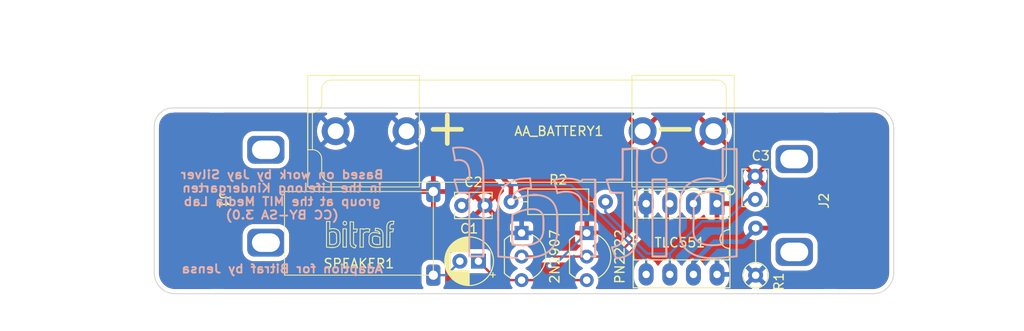
<source format=kicad_pcb>
(kicad_pcb (version 20211014) (generator pcbnew)
  (title_block (title "Crowdfunding Drawdio") (date "2021-12-29") (rev "1.1") (company "Bitraf") (comment 1 "Based on work by Jay Silver in the Lifelong Kindergarten ") (comment 2 "group at the MIT Media Lab (CC BY-SA 3.0) ") (comment 3 "Adaption for Bitraf by Jensa"))
  (layers (0 "F.Cu" signal) (31 "B.Cu" signal) (34 "B.Paste" user) (35 "F.Paste" user) (36 "B.SilkS" user "B.Silkscreen") (37 "F.SilkS" user "F.Silkscreen") (38 "B.Mask" user) (39 "F.Mask" user) (44 "Edge.Cuts" user))
  (net 0 "")
  (net 1 "VCC")
  (net 2 "GND")
  (net 3 "Net-(C1-Pad2)")
  (net 4 "Net-(C2-Pad1)")
  (net 5 "Net-(C3-Pad1)")
  (net 6 "Net-(J1-Pad1)")
  (net 7 "Net-(J2-Pad1)")
  (net 8 "Net-(2N2907-Pad2)")
  (net 9 "Net-(2N2907-Pad3)")
  (footprint "BitrafSmdKit2:DrawdioStripsHole" (layer "F.Cu") (at 155.300001 51.5)
    (fp_text reference "H2" hide)
    (fp_text value "MountingHole" hide)
    (pad "" np_thru_hole roundrect (at 0 10) (size 4 3) (drill oval 3 2) (layers F&B.Cu *.Mask) (chamfer_ratio 0.2) (chamfer))
    (pad "" np_thru_hole roundrect (at 0 0) (size 4 3) (drill oval 3 2) (layers F&B.Cu *.Mask) (chamfer_ratio 0.2) (chamfer))
  )
  (footprint "Resistor_THT:R_Axial_DIN0207_L6.3mm_D2.5mm_P5.08mm_Vertical" (layer "F.Cu") (at 151.150001 64.01 90)
    (fp_text reference "R1" (at -0.69 2.499999 90) (layer "F.SilkS"))
    (fp_text value "10K")
    (pad "1" thru_hole circle locked (at 0 0 90) (size 1.6 1.6) (drill 0.8) (layers *.Cu *.Mask) (net 1 "VCC"))
    (pad "2" thru_hole oval locked (at 5.08 0 90) (size 1.6 1.6) (drill 0.8) (layers *.Cu *.Mask) (net 7 "Net-(J2-Pad1)"))
  )
  (footprint "BitrafSmdKit2:DrawdioPad" (layer "F.Cu") (at 159 56 90)
    (fp_text reference "J2" (at 0 -0.5 90 unlocked) (layer "F.SilkS"))
    (fp_text value "Top")
    (pad "1" smd roundrect (at 0 3 90) (size 19 7) (layers "F.Cu" "F.Paste" "F.Mask") (net 7 "Net-(J2-Pad1)"))
  )
  (footprint "BitrafSmdKit2:DrawdioPad" (layer "F.Cu") (at 93.5 56 -90)
    (fp_text reference "J1" (at 0 -0.5 -90 unlocked) (layer "F.SilkS"))
    (fp_text value "Bottom")
    (pad "1" smd roundrect (at 0 3 270) (size 19 7) (layers "F.Cu" "F.Paste" "F.Mask") (net 6 "Net-(J1-Pad1)"))
  )
  (footprint "Resistor_THT:R_Axial_DIN0207_L6.3mm_D2.5mm_P10.16mm_Horizontal" (layer "F.Cu") (at 124.85 56.1)
    (fp_text reference "R2" (at 5.08 -2.37) (layer "F.SilkS"))
    (fp_text value "300K")
    (pad "1" thru_hole circle locked (at 0 0) (size 1.6 1.6) (drill 0.8) (layers *.Cu *.Mask) (net 6 "Net-(J1-Pad1)"))
    (pad "2" thru_hole oval locked (at 10.16 0) (size 1.6 1.6) (drill 0.8) (layers *.Cu *.Mask) (net 5 "Net-(C3-Pad1)"))
  )
  (footprint "BitrafSmdKit2:DrawdioStripsHole" (layer "F.Cu") (at 98.500001 50.5)
    (fp_text reference "H1" hide)
    (fp_text value "MountingHole" hide)
    (pad "" np_thru_hole roundrect (at 0 0) (size 4 3) (drill oval 3 2) (layers F&B.Cu *.Mask) (chamfer_ratio 0.2) (chamfer))
    (pad "" np_thru_hole roundrect (at 0 10) (size 4 3) (drill oval 3 2) (layers F&B.Cu *.Mask) (chamfer_ratio 0.2) (chamfer))
  )
  (footprint "Package_DIP:DIP-8_W7.62mm_Socket_LongPads" (layer "F.Cu") (at 147 56.3 -90)
    (fp_text reference "TLC551" (at 4.200001 4.000001 180) (layer "F.SilkS"))
    (fp_text value "TLC551")
    (pad "1" thru_hole rect locked (at 0 0 270) (size 2.4 1.6) (drill 0.8) (layers *.Cu *.Mask) (net 2 "GND"))
    (pad "2" thru_hole oval locked (at 0 2.54 270) (size 2.4 1.6) (drill 0.8) (layers *.Cu *.Mask) (net 5 "Net-(C3-Pad1)"))
    (pad "3" thru_hole oval locked (at 0 5.08 270) (size 2.4 1.6) (drill 0.8) (layers *.Cu *.Mask) (net 8 "Net-(2N2907-Pad2)"))
    (pad "4" thru_hole oval locked (at 0 7.62 270) (size 2.4 1.6) (drill 0.8) (layers *.Cu *.Mask) (net 1 "VCC"))
    (pad "5" thru_hole oval locked (at 7.62 7.62 270) (size 2.4 1.6) (drill 0.8) (layers *.Cu *.Mask) (net 4 "Net-(C2-Pad1)"))
    (pad "6" thru_hole oval locked (at 7.62 5.08 270) (size 2.4 1.6) (drill 0.8) (layers *.Cu *.Mask) (net 5 "Net-(C3-Pad1)"))
    (pad "7" thru_hole oval locked (at 7.62 2.54 270) (size 2.4 1.6) (drill 0.8) (layers *.Cu *.Mask) (net 7 "Net-(J2-Pad1)"))
    (pad "8" thru_hole oval locked (at 7.62 0 270) (size 2.4 1.6) (drill 0.8) (layers *.Cu *.Mask) (net 1 "VCC"))
  )
  (footprint "BitrafSmdKit2:Bitraf_logo_3.0_x_7.5_mm" (layer "F.Cu") (at 104.933822 58.132406)
    (fp_text reference "J4" hide)
    (fp_text value "Conn_01x01_Female")
  )
  (footprint "Capacitor_THT:CP_Radial_D5.0mm_P2.00mm" (layer "F.Cu") (at 121.35 62.5 180)
    (fp_text reference "C1" (at 0.999999 3.5) (layer "F.SilkS"))
    (fp_text value "CP")
    (pad "1" thru_hole rect locked (at 0 0 180) (size 1.6 1.6) (drill 0.8) (layers *.Cu *.Mask) (net 9 "Net-(2N2907-Pad3)"))
    (pad "2" thru_hole circle locked (at 2 0 180) (size 1.6 1.6) (drill 0.8) (layers *.Cu *.Mask) (net 3 "Net-(C1-Pad2)"))
  )
  (footprint "Capacitor_THT:C_Disc_D3.8mm_W2.6mm_P2.50mm" (layer "F.Cu") (at 119.55 56.5)
    (fp_text reference "C2" (at 1.25 -2.499999) (layer "F.SilkS"))
    (fp_text value "0.1uF")
    (pad "1" thru_hole circle locked (at 0 0) (size 1.6 1.6) (drill 0.8) (layers *.Cu *.Mask) (net 4 "Net-(C2-Pad1)"))
    (pad "2" thru_hole circle locked (at 2.5 0) (size 1.6 1.6) (drill 0.8) (layers *.Cu *.Mask) (net 2 "GND"))
  )
  (footprint "BitrafSmdKit2:DrawdioSpeaker" (layer "F.Cu") (at 108.5 59.5 180)
    (fp_text reference "SPEAKER1" (at 0 -3.25 unlocked) (layer "F.SilkS"))
    (fp_text value "Conn_01x02_Female")
    (pad "1" thru_hole roundrect (at -8 -4.5 270) (size 2.286 1.524) (drill 1) (layers *.Cu *.Mask) (net 3 "Net-(C1-Pad2)"))
    (pad "2" thru_hole roundrect (at -8 4.5 270) (size 2.286 1.524) (drill 1) (layers *.Cu *.Mask) (net 2 "GND"))
  )
  (footprint "Package_TO_SOT_THT:TO-92_Inline_Wide" (layer "F.Cu") (at 125.99 59.459999 -90)
    (fp_text reference "2N2907" (at 2.54 -3.56 -90) (layer "F.SilkS"))
    (fp_text value "2N2907")
    (pad "1" thru_hole rect locked (at 0 0) (size 1.5 1.5) (drill 0.8) (layers *.Cu *.Mask) (net 1 "VCC"))
    (pad "2" thru_hole circle locked (at 2.54 0) (size 1.5 1.5) (drill 0.8) (layers *.Cu *.Mask) (net 8 "Net-(2N2907-Pad2)"))
    (pad "3" thru_hole circle locked (at 5.08 0) (size 1.5 1.5) (drill 0.8) (layers *.Cu *.Mask) (net 9 "Net-(2N2907-Pad3)"))
  )
  (footprint "Capacitor_THT:C_Disc_D3.8mm_W2.6mm_P2.50mm" (layer "F.Cu") (at 151.1 55.85 90)
    (fp_text reference "C3" (at 4.7 0.6) (layer "F.SilkS"))
    (fp_text value "680pF")
    (pad "1" thru_hole circle locked (at 0 0 90) (size 1.6 1.6) (drill 0.8) (layers *.Cu *.Mask) (net 5 "Net-(C3-Pad1)"))
    (pad "2" thru_hole circle locked (at 2.5 0 90) (size 1.6 1.6) (drill 0.8) (layers *.Cu *.Mask) (net 2 "GND"))
  )
  (footprint "BitrafSmdKit2:DrawdioBatteryHolderAA" (layer "F.Cu") (at 106.000001 48.499999)
    (fp_text reference "AA_BATTERY1" (at 24 0 unlocked) (layer "F.SilkS"))
    (fp_text value "BattCon2")
    (fp_text user "-" (at 36.5 -0.5 unlocked) (layer "F.SilkS") (effects (font (size 4 4) (thickness 0.5))))
    (fp_text user "+" (at 12 -0.5 unlocked) (layer "F.SilkS") (effects (font (size 4 4) (thickness 0.5))))
    (pad "1" thru_hole circle (at 7.62 0) (size 3 3) (drill 1.7) (layers *.Cu *.Mask) (net 1 "VCC"))
    (pad "1" thru_hole circle (at 0 0) (size 3 3) (drill 1.7) (layers *.Cu *.Mask) (net 1 "VCC"))
    (pad "2" thru_hole circle (at 40.62 0) (size 3 3) (drill 1.7) (layers *.Cu *.Mask) (net 2 "GND"))
    (pad "2" thru_hole circle (at 33 0) (size 3 3) (drill 1.7) (layers *.Cu *.Mask) (net 2 "GND"))
  )
  (footprint "Package_TO_SOT_THT:TO-92_Inline_Wide" (layer "F.Cu") (at 132.99 59.459999 -90)
    (fp_text reference "PN2222" (at 2.54 -3.56 -90) (layer "F.SilkS"))
    (fp_text value "PN2222A")
    (pad "1" thru_hole rect locked (at 0 0) (size 1.5 1.5) (drill 0.8) (layers *.Cu *.Mask) (net 2 "GND"))
    (pad "2" thru_hole circle locked (at 2.54 0) (size 1.5 1.5) (drill 0.8) (layers *.Cu *.Mask) (net 8 "Net-(2N2907-Pad2)"))
    (pad "3" thru_hole circle locked (at 5.08 0) (size 1.5 1.5) (drill 0.8) (layers *.Cu *.Mask) (net 9 "Net-(2N2907-Pad3)"))
  )
  (footprint "BitrafSmdKit2:Bitraf_Logo_31_x_12_mm" (layer "B.Cu") (at 149.243499 50.409123 180)
    (fp_text reference "J3" hide)
    (fp_text value "Conn_01x01_Female" hide)
  )
  (gr_circle (center 148.39 54.86) (end 148.89 54.86) (layer "F.SilkS") (width 0.15) (fill none))
  (gr_arc (start 88.75 66) (mid 87.15901 65.34099) (end 86.5 63.75) (layer "Edge.Cuts") (width 0.1))
  (gr_line (start 88.5 46) (end 163.75 46) (layer "Edge.Cuts") (width 0.1))
  (gr_arc (start 86.5 48) (mid 87.085786 46.585786) (end 88.5 46) (layer "Edge.Cuts") (width 0.1))
  (gr_arc (start 163.75 46) (mid 165.34099 46.65901) (end 166 48.25) (layer "Edge.Cuts") (width 0.1))
  (gr_line (start 86.5 63.75) (end 86.5 48) (layer "Edge.Cuts") (width 0.1))
  (gr_arc (start 166 63.75) (mid 165.34099 65.34099) (end 163.75 66) (layer "Edge.Cuts") (width 0.1))
  (gr_line (start 88.75 66) (end 163.75 65.999999) (layer "Edge.Cuts") (width 0.1))
  (gr_line (start 166 63.75) (end 166 48.25) (layer "Edge.Cuts") (width 0.1))
  (gr_text "Based on work by Jay Silver\nin the Lifelong Kindergarten\ngroup at the MIT Media Lab\n(CC BY-SA 3.0)\n\n\n\nAdaption for Bitraf by Jensa" (at 100.25 58.25) (layer "B.SilkS") (effects (font (size 0.9 1) (thickness 0.2)) (justify mirror)))
  (segment (start 130.39 59.459999) (end 130.349999 59.5) (width 0.25) (layer "F.Cu") (net 2))
  (via (at 129 63) (size 0.8) (drill 0.4) (layers "F.Cu" "B.Cu") (net 2))
  (segment (start 132.99 59.459999) (end 129.449999 63) (width 0.25) (layer "B.Cu") (net 2))
  (segment (start 129.449999 63) (end 129 63) (width 0.25) (layer "B.Cu") (net 2))
  (segment (start 117.9 64) (end 119.4 62.5) (width 0.25) (layer "B.Cu") (net 3))
  (segment (start 116.5 64) (end 117.9 64) (width 0.25) (layer "B.Cu") (net 3))
  (segment (start 139.38 62.38) (end 131.3 54.3) (width 0.25) (layer "B.Cu") (net 4))
  (segment (start 121.8 54.3) (end 119.6 56.5) (width 0.25) (layer "B.Cu") (net 4))
  (segment (start 131.3 54.3) (end 121.8 54.3) (width 0.25) (layer "B.Cu") (net 4))
  (segment (start 139.4 62.8) (end 139.4 63.9) (width 0.25) (layer "B.Cu") (net 4))
  (segment (start 139.38 63.92) (end 139.38 62.38) (width 0.25) (layer "B.Cu") (net 4))
  (segment (start 145.4 58.2) (end 144.35 59.25) (width 0.25) (layer "B.Cu") (net 5))
  (segment (start 139.479998 61.68) (end 135 57.200002) (width 0.25) (layer "B.Cu") (net 5))
  (segment (start 144.4 57.9) (end 144.4 56.3) (width 0.25) (layer "B.Cu") (net 5))
  (segment (start 144.4 59.2) (end 144.4 57.9) (width 0.25) (layer "B.Cu") (net 5))
  (segment (start 147.9 58.2) (end 145.4 58.2) (width 0.25) (layer "B.Cu") (net 5))
  (segment (start 141.92 63.92) (end 141.92 61.68) (width 0.25) (layer "B.Cu") (net 5))
  (segment (start 139.479998 61.68) (end 141.92 61.68) (width 0.25) (layer "B.Cu") (net 5))
  (segment (start 144.35 59.25) (end 144.4 59.2) (width 0.25) (layer "B.Cu") (net 5))
  (segment (start 151.1 55.85) (end 150.25 55.85) (width 0.25) (layer "B.Cu") (net 5))
  (segment (start 141.92 61.68) (end 144.35 59.25) (width 0.25) (layer "B.Cu") (net 5))
  (segment (start 135.01 56.5) (end 135.01 56.660001) (width 0.25) (layer "B.Cu") (net 5))
  (segment (start 150.25 55.85) (end 147.9 58.2) (width 0.25) (layer "B.Cu") (net 5))
  (segment (start 135 57.200002) (end 135 56.6) (width 0.25) (layer "B.Cu") (net 5))
  (segment (start 106.25 52.25) (end 103 55.5) (width 0.5) (layer "F.Cu") (net 6))
  (segment (start 103 55.5) (end 90.5 55.5) (width 0.5) (layer "F.Cu") (net 6))
  (segment (start 124.85 56.5) (end 124.85 54.500001) (width 0.5) (layer "F.Cu") (net 6))
  (segment (start 124.85 54.500001) (end 123.247826 52.752174) (width 0.5) (layer "F.Cu") (net 6))
  (segment (start 122.745652 52.25) (end 123.247826 52.752174) (width 0.5) (layer "F.Cu") (net 6))
  (segment (start 106.25 52.25) (end 122.745652 52.25) (width 0.5) (layer "F.Cu") (net 6))
  (segment (start 151.150001 58.93) (end 158.07 58.93) (width 0.5) (layer "F.Cu") (net 7))
  (segment (start 158.07 58.93) (end 161.5 55.5) (width 0.5) (layer "F.Cu") (net 7))
  (segment (start 144.46 63.92) (end 144.46 62.64) (width 0.5) (layer "B.Cu") (net 7))
  (segment (start 146.699999 60.400001) (end 149.749999 60.400001) (width 0.5) (layer "B.Cu") (net 7))
  (segment (start 144.46 62.64) (end 146.699999 60.400001) (width 0.5) (layer "B.Cu") (net 7))
  (segment (start 149.749999 60.400001) (end 151.15 59) (width 0.5) (layer "B.Cu") (net 7))
  (segment (start 140.699999 59.400001) (end 141.699999 58.400001) (width 0.25) (layer "F.Cu") (net 8))
  (segment (start 125.99 61.999999) (end 136.1 62) (width 0.25) (layer "F.Cu") (net 8))
  (segment (start 141.699999 58.400001) (end 141.699999 56.400001) (width 0.25) (layer "F.Cu") (net 8))
  (segment (start 136.1 62) (end 138.699999 59.400001) (width 0.25) (layer "F.Cu") (net 8))
  (segment (start 138.699999 59.400001) (end 140.699999 59.400001) (width 0.25) (layer "F.Cu") (net 8))
  (segment (start 125.99 64.539999) (end 123.389998 64.539999) (width 0.25) (layer "F.Cu") (net 9))
  (segment (start 132.99 64.539999) (end 125.889998 64.539999) (width 0.25) (layer "F.Cu") (net 9))
  (segment (start 123.389998 64.539999) (end 121.349999 62.5) (width 0.25) (layer "F.Cu") (net 9))
  (zone (net 2) (net_name "GND") (layer "F.Cu") (connect_pads (clearance 0.508)) (min_thickness 0.254) (fill yes (thermal_gap 0.508) (thermal_bridge_width 0.508))
    (polygon (pts (xy 178 68) (xy 83 68) (xy 83 43) (xy 178 43)))
  )
  (zone (net 1) (net_name "VCC") (layer "B.Cu") (connect_pads (clearance 0.508)) (min_thickness 0.254) (fill yes (thermal_gap 0.508) (thermal_bridge_width 0.508))
    (polygon (pts (xy 180 70) (xy 81 70) (xy 81 41) (xy 180 41)))
  )
)
</source>
